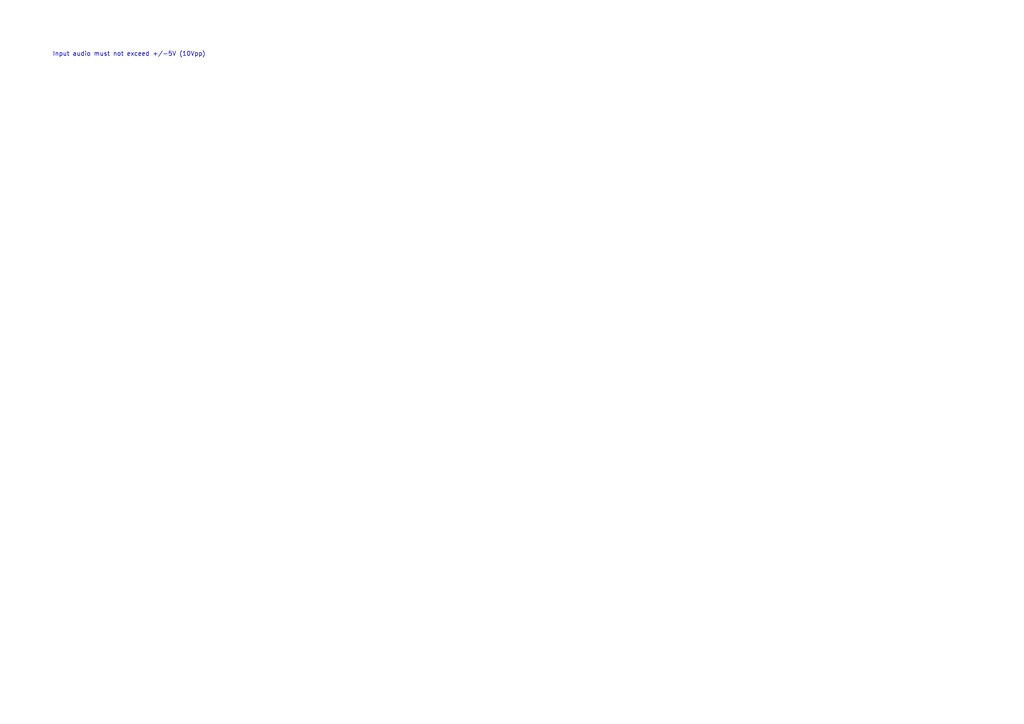
<source format=kicad_sch>
(kicad_sch (version 20230121) (generator eeschema)
  (paper "A4")
  (lib_symbols)
  (text "Input audio must not exceed +/-5V (10Vpp)" (at 15.24 16.51 0) (effects (font (size 1.27 1.27)) (justify left bottom)))
)
</source>
